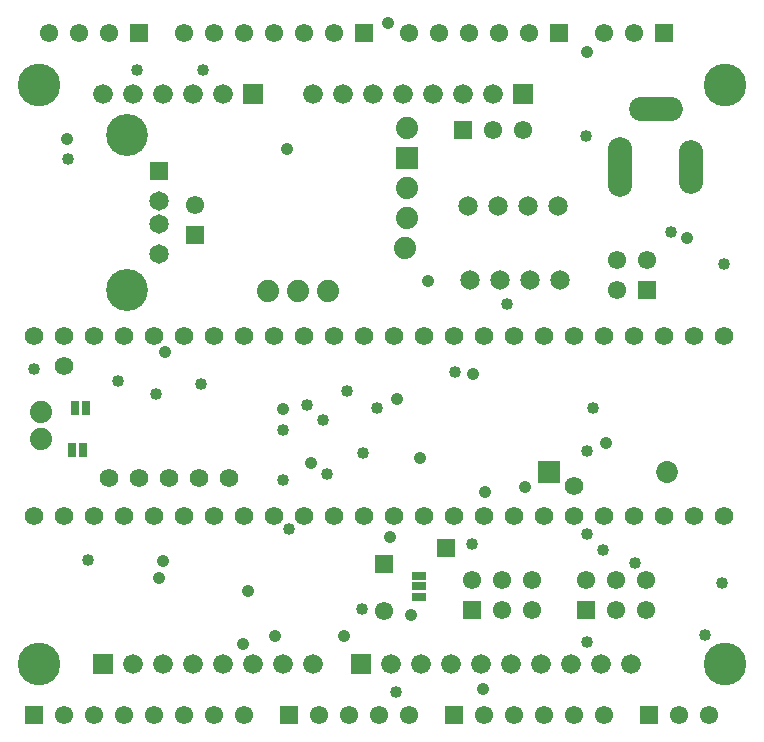
<source format=gbs>
G04 DipTrace 3.3.1.3*
G04 T4LSSArduinoShield.gbs*
%MOIN*%
G04 #@! TF.FileFunction,Soldermask,Bot*
G04 #@! TF.Part,Single*
%ADD15C,0.04*%
%ADD27C,0.074*%
%ADD28R,0.074X0.074*%
%ADD44R,0.05X0.025*%
%ADD47C,0.065199*%
%ADD51R,0.025X0.05*%
%ADD53C,0.06194*%
%ADD54C,0.074*%
%ADD66C,0.142*%
%ADD68C,0.042*%
%ADD92R,0.072866X0.072866*%
%ADD94C,0.072866*%
%ADD96O,0.179165X0.08074*%
%ADD98O,0.08074X0.179165*%
%ADD100O,0.08074X0.19885*%
%ADD102C,0.06578*%
%ADD104R,0.06578X0.06578*%
%ADD106C,0.139795*%
%ADD108C,0.064992*%
%ADD110R,0.064992X0.064992*%
%ADD114C,0.061055*%
%ADD116R,0.061055X0.061055*%
%FSLAX26Y26*%
G04*
G70*
G90*
G75*
G01*
G04 BotMask*
%LPD*%
D68*
X931700Y1728700D3*
X1525700Y781700D3*
X1295700D3*
X1206700Y931102D3*
X1806700Y1966700D3*
X1702700Y1571700D3*
X911700Y976700D3*
X1751700Y851700D3*
X2129700Y1279700D3*
X1957700Y1654700D3*
X1190700Y754700D3*
X1991700Y605700D3*
X1323700Y1537700D3*
X2669700Y2108700D3*
X2398700Y1426700D3*
X1672700Y2824700D3*
X2335700Y2728700D3*
X604700Y2440700D3*
X1337700Y2405700D3*
X1780165Y1376700D3*
X1680700Y1113700D3*
X1416700Y1358700D3*
X924700Y1033700D3*
X1997700Y1262700D3*
D66*
X2795275Y688976D3*
X511810D3*
Y2618109D3*
X2795275D3*
D15*
X835228Y2668869D3*
X1056834D3*
X1897700Y1661700D3*
X2391700Y1068700D3*
X1952700Y1089700D3*
X2333700Y2447700D3*
X774700Y1632700D3*
X493700Y1671188D3*
X674700Y1035700D3*
X898700Y1587700D3*
X2336700Y761700D3*
Y1121700D3*
X2068700Y1890700D3*
X1343700Y1137700D3*
X2336700Y1399700D3*
X1586700Y872700D3*
X1700700Y596700D3*
X1456700Y1501700D3*
X1402700Y1553700D3*
X2357700Y1542700D3*
X2617700Y2128700D3*
X1536700Y1600700D3*
X605700Y2373700D3*
X1468672Y1323700D3*
X1591700Y1393700D3*
X1636672Y1542523D3*
X1050672Y1622511D3*
X2793700Y2023767D3*
X1323700Y1468700D3*
X1323456Y1303747D3*
X2495700Y1026700D3*
X2729700Y786700D3*
X2785590Y960665D3*
D27*
X1736700Y2474700D3*
D28*
Y2374700D3*
D27*
Y2274700D3*
Y2174700D3*
X1731700Y2074700D3*
D116*
X1593700Y2793700D3*
D114*
X1493700D3*
X1393700D3*
X1293700D3*
X1193700D3*
X1093700D3*
X993700D3*
D116*
X843700D3*
D114*
X743700D3*
X643700D3*
X543700D3*
D116*
X493700Y518700D3*
D114*
X593700D3*
X693700D3*
X793700D3*
X893700D3*
X993700D3*
X1093700D3*
X1193700D3*
D116*
X1343700D3*
D114*
X1443700D3*
X1543700D3*
X1643700D3*
X1743700D3*
D116*
X1922830Y2468700D3*
D114*
X2022830D3*
X2122830D3*
D110*
X911747Y2331495D3*
D108*
Y2233070D3*
Y2154330D3*
Y2055905D3*
D106*
X805054Y2452361D3*
Y1935039D3*
D104*
X1222834Y2588976D3*
D102*
X1122834D3*
X1022834D3*
X922834D3*
X822834D3*
X722834D3*
D104*
X2122834D3*
D102*
X2022834D3*
X1922834D3*
X1822834D3*
X1722834D3*
X1622834D3*
X1522834D3*
X1422834D3*
D104*
X722834Y688976D3*
D102*
X822834D3*
X922834D3*
X1022834D3*
X1122834D3*
X1222834D3*
X1322834D3*
X1422834D3*
D104*
X1582834D3*
D102*
X1682834D3*
X1782834D3*
X1882834D3*
X1982834D3*
X2082834D3*
X2182834D3*
X2282834D3*
X2382834D3*
X2482834D3*
D100*
X2447700Y2346700D3*
D98*
X2683920D3*
D96*
X2565810Y2539613D3*
D94*
X2603700Y1327700D3*
D92*
X2210787D3*
D116*
X1893700Y518700D3*
D114*
X1993700D3*
X2093700D3*
X2193700D3*
X2293700D3*
X2393700D3*
D116*
X2543700D3*
D114*
X2643700D3*
X2743700D3*
D116*
X2593700Y2793700D3*
D114*
X2493700D3*
X2393700D3*
D116*
X2243700D3*
D114*
X2143700D3*
X2043700D3*
X1943700D3*
X1843700D3*
X1743700D3*
D116*
X1867700Y1075700D3*
D44*
X1775700Y913700D3*
Y948700D3*
Y983700D3*
D116*
X1031700Y2118700D3*
D114*
Y2218700D3*
D116*
X2333700Y868700D3*
D114*
Y968700D3*
X2433700Y868700D3*
Y968700D3*
X2533700Y868700D3*
Y968700D3*
D116*
X1953700Y868700D3*
D114*
Y968700D3*
X2053700Y868700D3*
Y968700D3*
X2153700Y868700D3*
Y968700D3*
D116*
X2535700Y1935700D3*
D114*
X2435700D3*
X2535700Y2035700D3*
X2435700D3*
D116*
X1658700Y1022440D3*
D114*
Y864960D3*
D47*
X2239700Y2214700D3*
X2139700D3*
X2039700D3*
X1939700D3*
X2247700Y1967700D3*
X2147700D3*
X2047700D3*
X1947700D3*
D27*
X1272700Y1931700D3*
X1372700D3*
X1472700D3*
D51*
X656133Y1403700D3*
X620700D3*
X666133Y1541700D3*
X630700D3*
D53*
X493700Y1183700D3*
X593700D3*
X693700D3*
X793700D3*
X893700D3*
X993700D3*
X1093700D3*
X1193700D3*
X1293700D3*
X1393700D3*
X1493700D3*
X1593700D3*
X1693700D3*
X1793700D3*
X2293700Y1283700D3*
X593700Y1683700D3*
D54*
X515700Y1528700D3*
Y1438700D3*
D53*
X2093700Y1783700D3*
X1793700D3*
X1693700D3*
X1593700D3*
X1493700D3*
X1393700D3*
X1293700D3*
X1193700D3*
X1093700D3*
X993700D3*
X893700D3*
X793700D3*
X693700D3*
X593700D3*
X493700D3*
X743700Y1308700D3*
X843700D3*
X943700D3*
X2393700Y1183700D3*
X2493700D3*
X2293700D3*
X2193700D3*
X2093700D3*
X1993700D3*
X2593700D3*
X2693700D3*
X2793700D3*
Y1783700D3*
X1893700Y1183700D3*
X2693700Y1783700D3*
X1893700D3*
X2593700D3*
X2393700D3*
X2293700D3*
X2193700D3*
X2493700D3*
X1993700D3*
X1043700Y1308700D3*
X1143700D3*
M02*

</source>
